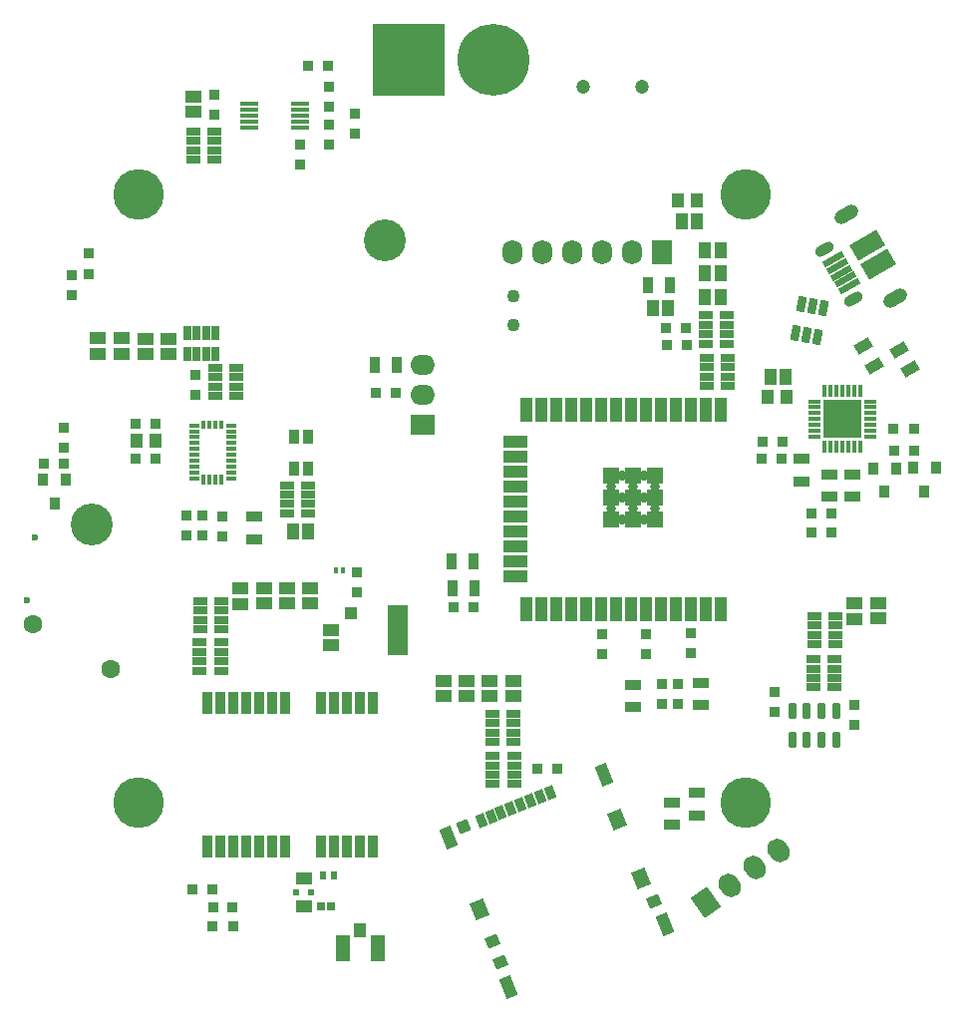
<source format=gts>
G04*
G04 #@! TF.GenerationSoftware,Altium Limited,Altium Designer,21.9.1 (22)*
G04*
G04 Layer_Color=8388736*
%FSLAX25Y25*%
%MOIN*%
G70*
G04*
G04 #@! TF.SameCoordinates,BA265606-766D-4053-9833-5615DE46E1CD*
G04*
G04*
G04 #@! TF.FilePolarity,Negative*
G04*
G01*
G75*
%ADD67R,0.03740X0.03740*%
%ADD68R,0.03543X0.01575*%
%ADD69R,0.01575X0.03543*%
%ADD70R,0.01575X0.03150*%
%ADD71R,0.03740X0.04528*%
%ADD72R,0.04331X0.04528*%
%ADD73R,0.04528X0.09055*%
%ADD74R,0.12795X0.12795*%
G04:AMPARAMS|DCode=75|XSize=42.13mil|YSize=14.17mil|CornerRadius=3.25mil|HoleSize=0mil|Usage=FLASHONLY|Rotation=270.000|XOffset=0mil|YOffset=0mil|HoleType=Round|Shape=RoundedRectangle|*
%AMROUNDEDRECTD75*
21,1,0.04213,0.00768,0,0,270.0*
21,1,0.03563,0.01417,0,0,270.0*
1,1,0.00650,-0.00384,-0.01782*
1,1,0.00650,-0.00384,0.01782*
1,1,0.00650,0.00384,0.01782*
1,1,0.00650,0.00384,-0.01782*
%
%ADD75ROUNDEDRECTD75*%
G04:AMPARAMS|DCode=76|XSize=42.13mil|YSize=14.17mil|CornerRadius=3.25mil|HoleSize=0mil|Usage=FLASHONLY|Rotation=0.000|XOffset=0mil|YOffset=0mil|HoleType=Round|Shape=RoundedRectangle|*
%AMROUNDEDRECTD76*
21,1,0.04213,0.00768,0,0,0.0*
21,1,0.03563,0.01417,0,0,0.0*
1,1,0.00650,0.01782,-0.00384*
1,1,0.00650,-0.01782,-0.00384*
1,1,0.00650,-0.01782,0.00384*
1,1,0.00650,0.01782,0.00384*
%
%ADD76ROUNDEDRECTD76*%
%ADD77R,0.05394X0.04409*%
%ADD78R,0.02402X0.02402*%
G04:AMPARAMS|DCode=79|XSize=55.51mil|YSize=24.8mil|CornerRadius=7.19mil|HoleSize=0mil|Usage=FLASHONLY|Rotation=270.000|XOffset=0mil|YOffset=0mil|HoleType=Round|Shape=RoundedRectangle|*
%AMROUNDEDRECTD79*
21,1,0.05551,0.01043,0,0,270.0*
21,1,0.04114,0.02480,0,0,270.0*
1,1,0.01437,-0.00522,-0.02057*
1,1,0.01437,-0.00522,0.02057*
1,1,0.01437,0.00522,0.02057*
1,1,0.01437,0.00522,-0.02057*
%
%ADD79ROUNDEDRECTD79*%
%ADD80R,0.04134X0.08465*%
%ADD81R,0.08465X0.04134*%
%ADD82R,0.05827X0.05827*%
G04:AMPARAMS|DCode=83|XSize=61.81mil|YSize=14.96mil|CornerRadius=3.35mil|HoleSize=0mil|Usage=FLASHONLY|Rotation=180.000|XOffset=0mil|YOffset=0mil|HoleType=Round|Shape=RoundedRectangle|*
%AMROUNDEDRECTD83*
21,1,0.06181,0.00827,0,0,180.0*
21,1,0.05512,0.01496,0,0,180.0*
1,1,0.00669,-0.02756,0.00413*
1,1,0.00669,0.02756,0.00413*
1,1,0.00669,0.02756,-0.00413*
1,1,0.00669,-0.02756,-0.00413*
%
%ADD83ROUNDEDRECTD83*%
G04:AMPARAMS|DCode=84|XSize=21.26mil|YSize=74.41mil|CornerRadius=0mil|HoleSize=0mil|Usage=FLASHONLY|Rotation=120.000|XOffset=0mil|YOffset=0mil|HoleType=Round|Shape=Rectangle|*
%AMROTATEDRECTD84*
4,1,4,0.03754,0.00940,-0.02691,-0.02781,-0.03754,-0.00940,0.02691,0.02781,0.03754,0.00940,0.0*
%
%ADD84ROTATEDRECTD84*%

G04:AMPARAMS|DCode=85|XSize=59.65mil|YSize=103.94mil|CornerRadius=0mil|HoleSize=0mil|Usage=FLASHONLY|Rotation=120.000|XOffset=0mil|YOffset=0mil|HoleType=Round|Shape=Rectangle|*
%AMROTATEDRECTD85*
4,1,4,0.05992,0.00016,-0.03010,-0.05181,-0.05992,-0.00016,0.03010,0.05181,0.05992,0.00016,0.0*
%
%ADD85ROTATEDRECTD85*%

%ADD86R,0.01496X0.02441*%
%ADD87R,0.07087X0.16535*%
%ADD88R,0.03937X0.03937*%
%ADD89R,0.03543X0.03543*%
%ADD90R,0.04528X0.02638*%
%ADD91R,0.02638X0.04528*%
%ADD92R,0.04134X0.05709*%
%ADD93R,0.05709X0.04134*%
%ADD94R,0.04331X0.04528*%
G04:AMPARAMS|DCode=95|XSize=39.37mil|YSize=70.87mil|CornerRadius=0mil|HoleSize=0mil|Usage=FLASHONLY|Rotation=22.000|XOffset=0mil|YOffset=0mil|HoleType=Round|Shape=Rectangle|*
%AMROTATEDRECTD95*
4,1,4,-0.00498,-0.04023,-0.03153,0.02548,0.00498,0.04023,0.03153,-0.02548,-0.00498,-0.04023,0.0*
%
%ADD95ROTATEDRECTD95*%

G04:AMPARAMS|DCode=96|XSize=43.31mil|YSize=37.4mil|CornerRadius=0mil|HoleSize=0mil|Usage=FLASHONLY|Rotation=22.000|XOffset=0mil|YOffset=0mil|HoleType=Round|Shape=Rectangle|*
%AMROTATEDRECTD96*
4,1,4,-0.01307,-0.02545,-0.02708,0.00923,0.01307,0.02545,0.02708,-0.00923,-0.01307,-0.02545,0.0*
%
%ADD96ROTATEDRECTD96*%

G04:AMPARAMS|DCode=97|XSize=48.42mil|YSize=59.06mil|CornerRadius=0mil|HoleSize=0mil|Usage=FLASHONLY|Rotation=22.000|XOffset=0mil|YOffset=0mil|HoleType=Round|Shape=Rectangle|*
%AMROTATEDRECTD97*
4,1,4,-0.01139,-0.03645,-0.03351,0.01831,0.01139,0.03645,0.03351,-0.01831,-0.01139,-0.03645,0.0*
%
%ADD97ROTATEDRECTD97*%

G04:AMPARAMS|DCode=98|XSize=29.53mil|YSize=43.31mil|CornerRadius=0mil|HoleSize=0mil|Usage=FLASHONLY|Rotation=22.000|XOffset=0mil|YOffset=0mil|HoleType=Round|Shape=Rectangle|*
%AMROTATEDRECTD98*
4,1,4,-0.00558,-0.02561,-0.02180,0.01455,0.00558,0.02561,0.02180,-0.01455,-0.00558,-0.02561,0.0*
%
%ADD98ROTATEDRECTD98*%

%ADD99P,0.05568X4X67.0*%
G04:AMPARAMS|DCode=100|XSize=51.18mil|YSize=27.56mil|CornerRadius=0mil|HoleSize=0mil|Usage=FLASHONLY|Rotation=79.000|XOffset=0mil|YOffset=0mil|HoleType=Round|Shape=Rectangle|*
%AMROTATEDRECTD100*
4,1,4,0.00864,-0.02775,-0.01841,-0.02249,-0.00864,0.02775,0.01841,0.02249,0.00864,-0.02775,0.0*
%
%ADD100ROTATEDRECTD100*%

%ADD101R,0.03543X0.03543*%
%ADD102C,0.14000*%
%ADD103O,0.06693X0.08268*%
%ADD104R,0.06693X0.08268*%
%ADD105R,0.05512X0.03543*%
%ADD106R,0.03543X0.05512*%
G04:AMPARAMS|DCode=107|XSize=35.43mil|YSize=55.12mil|CornerRadius=0mil|HoleSize=0mil|Usage=FLASHONLY|Rotation=300.000|XOffset=0mil|YOffset=0mil|HoleType=Round|Shape=Rectangle|*
%AMROTATEDRECTD107*
4,1,4,-0.03273,0.00156,0.01501,0.02912,0.03273,-0.00156,-0.01501,-0.02912,-0.03273,0.00156,0.0*
%
%ADD107ROTATEDRECTD107*%

%ADD108R,0.03740X0.03740*%
%ADD109R,0.02362X0.02756*%
%ADD110R,0.03740X0.07480*%
%ADD111R,0.02520X0.02756*%
%ADD112R,0.03543X0.03937*%
%ADD113C,0.06331*%
%ADD114C,0.04331*%
%ADD115C,0.04724*%
%ADD116C,0.16929*%
%ADD117C,0.03394*%
G04:AMPARAMS|DCode=118|XSize=66.93mil|YSize=35.43mil|CornerRadius=0mil|HoleSize=0mil|Usage=FLASHONLY|Rotation=210.000|XOffset=0mil|YOffset=0mil|HoleType=Round|Shape=Round|*
%AMOVALD118*
21,1,0.03150,0.03543,0.00000,0.00000,210.0*
1,1,0.03543,0.01364,0.00787*
1,1,0.03543,-0.01364,-0.00787*
%
%ADD118OVALD118*%

G04:AMPARAMS|DCode=119|XSize=86.61mil|YSize=45.28mil|CornerRadius=0mil|HoleSize=0mil|Usage=FLASHONLY|Rotation=210.000|XOffset=0mil|YOffset=0mil|HoleType=Round|Shape=Round|*
%AMOVALD119*
21,1,0.04134,0.04528,0.00000,0.00000,210.0*
1,1,0.04528,0.01790,0.01034*
1,1,0.04528,-0.01790,-0.01034*
%
%ADD119OVALD119*%

G04:AMPARAMS|DCode=120|XSize=82.68mil|YSize=66.93mil|CornerRadius=0mil|HoleSize=0mil|Usage=FLASHONLY|Rotation=125.000|XOffset=0mil|YOffset=0mil|HoleType=Round|Shape=Round|*
%AMOVALD120*
21,1,0.01575,0.06693,0.00000,0.00000,125.0*
1,1,0.06693,0.00452,-0.00645*
1,1,0.06693,-0.00452,0.00645*
%
%ADD120OVALD120*%

G04:AMPARAMS|DCode=121|XSize=82.68mil|YSize=66.93mil|CornerRadius=0mil|HoleSize=0mil|Usage=FLASHONLY|Rotation=125.000|XOffset=0mil|YOffset=0mil|HoleType=Round|Shape=Rectangle|*
%AMROTATEDRECTD121*
4,1,4,0.05112,-0.01467,-0.00370,-0.05306,-0.05112,0.01467,0.00370,0.05306,0.05112,-0.01467,0.0*
%
%ADD121ROTATEDRECTD121*%

%ADD122R,0.08268X0.06693*%
%ADD123O,0.08268X0.06693*%
%ADD124C,0.24016*%
%ADD125R,0.24016X0.24016*%
%ADD126C,0.02362*%
D67*
X-126476Y17028D02*
D03*
Y23720D02*
D03*
X-76279Y134843D02*
D03*
Y128150D02*
D03*
X-29035Y128642D02*
D03*
Y121949D02*
D03*
X83268Y-45079D02*
D03*
Y-51772D02*
D03*
X73524Y-62106D02*
D03*
Y-68799D02*
D03*
X68307Y-45472D02*
D03*
Y-52165D02*
D03*
X53445Y-45472D02*
D03*
Y-52165D02*
D03*
X-118012Y75098D02*
D03*
Y81791D02*
D03*
X-28445Y-31299D02*
D03*
Y-24606D02*
D03*
X-80315Y-12500D02*
D03*
Y-5807D02*
D03*
X-85630Y-12500D02*
D03*
Y-5807D02*
D03*
X-73622Y-6102D02*
D03*
Y-12795D02*
D03*
X-82382Y34744D02*
D03*
Y41437D02*
D03*
X-37992Y125098D02*
D03*
Y118405D02*
D03*
X137795Y-75787D02*
D03*
Y-69095D02*
D03*
X111024Y-71457D02*
D03*
Y-64764D02*
D03*
X-37992Y130905D02*
D03*
Y137598D02*
D03*
X-47539Y111614D02*
D03*
Y118307D02*
D03*
X78937Y-62008D02*
D03*
Y-68701D02*
D03*
D68*
X-70620Y22441D02*
D03*
Y20472D02*
D03*
Y18504D02*
D03*
Y16535D02*
D03*
Y14567D02*
D03*
Y12598D02*
D03*
Y10630D02*
D03*
Y8661D02*
D03*
Y6693D02*
D03*
X-82923D02*
D03*
Y8661D02*
D03*
Y10630D02*
D03*
Y12598D02*
D03*
Y14567D02*
D03*
Y16535D02*
D03*
Y18504D02*
D03*
Y20472D02*
D03*
Y22441D02*
D03*
Y24409D02*
D03*
X-70620D02*
D03*
D69*
X-73819Y6447D02*
D03*
X-75787D02*
D03*
X-77756D02*
D03*
X-79724D02*
D03*
D70*
Y24656D02*
D03*
X-77756D02*
D03*
X-75787D02*
D03*
X-73819D02*
D03*
D71*
X-44882Y20669D02*
D03*
Y10039D02*
D03*
X-49606D02*
D03*
Y20669D02*
D03*
D72*
X-27461Y-144488D02*
D03*
D73*
X-21654Y-150492D02*
D03*
X-33268D02*
D03*
D74*
X133844Y26535D02*
D03*
D75*
X139750Y17205D02*
D03*
X137781D02*
D03*
X135813D02*
D03*
X133844D02*
D03*
X131876D02*
D03*
X129907D02*
D03*
X127939D02*
D03*
Y35866D02*
D03*
X129907D02*
D03*
X131876D02*
D03*
X133844D02*
D03*
X135813D02*
D03*
X137781D02*
D03*
X139750D02*
D03*
D76*
X143175Y32441D02*
D03*
Y30472D02*
D03*
Y28504D02*
D03*
Y26535D02*
D03*
Y24567D02*
D03*
Y22598D02*
D03*
Y20630D02*
D03*
X124513D02*
D03*
Y22598D02*
D03*
Y24567D02*
D03*
Y26535D02*
D03*
Y28504D02*
D03*
Y30472D02*
D03*
Y32441D02*
D03*
D77*
X-46309Y-136417D02*
D03*
Y-126969D02*
D03*
D78*
X-48868Y-131693D02*
D03*
X-43848D02*
D03*
D79*
X131831Y-71161D02*
D03*
Y-80610D02*
D03*
X126909Y-71161D02*
D03*
X121988D02*
D03*
X117067D02*
D03*
Y-80610D02*
D03*
X121988D02*
D03*
X126909D02*
D03*
D80*
X28307Y29764D02*
D03*
X33307D02*
D03*
X38307D02*
D03*
X43307D02*
D03*
X48307D02*
D03*
X53307D02*
D03*
X58307D02*
D03*
X63307D02*
D03*
X68307D02*
D03*
X73307D02*
D03*
X78307D02*
D03*
X83307D02*
D03*
X88307D02*
D03*
X93307D02*
D03*
X28307Y-37165D02*
D03*
X33307D02*
D03*
X38307D02*
D03*
X43307D02*
D03*
X48307D02*
D03*
X53307D02*
D03*
X58307D02*
D03*
X63307D02*
D03*
X68307D02*
D03*
X73307D02*
D03*
X78307D02*
D03*
X83307D02*
D03*
X88307D02*
D03*
X93307D02*
D03*
D81*
X24370Y-6201D02*
D03*
Y-11201D02*
D03*
Y-16201D02*
D03*
Y-21201D02*
D03*
Y-26201D02*
D03*
Y-1201D02*
D03*
Y3799D02*
D03*
Y8799D02*
D03*
Y13799D02*
D03*
Y18799D02*
D03*
D82*
X63779Y236D02*
D03*
Y7461D02*
D03*
Y-6988D02*
D03*
X71004Y236D02*
D03*
Y7461D02*
D03*
Y-6988D02*
D03*
X56555Y236D02*
D03*
Y7461D02*
D03*
Y-6988D02*
D03*
D83*
X-64468Y123917D02*
D03*
Y125886D02*
D03*
Y127854D02*
D03*
Y129823D02*
D03*
Y131791D02*
D03*
X-47539D02*
D03*
Y129823D02*
D03*
Y127854D02*
D03*
Y125886D02*
D03*
Y123917D02*
D03*
D84*
X136024Y70961D02*
D03*
X134744Y73177D02*
D03*
X133465Y75394D02*
D03*
X132185Y77610D02*
D03*
X130905Y79826D02*
D03*
D85*
X145794Y78250D02*
D03*
X142104Y84643D02*
D03*
D86*
X-35630Y-24213D02*
D03*
X-33071D02*
D03*
D87*
X-14940Y-44160D02*
D03*
D88*
X-30492Y-38452D02*
D03*
D89*
X123524Y-5118D02*
D03*
X130020D02*
D03*
Y-11220D02*
D03*
X123524D02*
D03*
X-15650Y35236D02*
D03*
X-22146D02*
D03*
X-70079Y-136811D02*
D03*
X-76575D02*
D03*
D90*
X88386Y37500D02*
D03*
Y40650D02*
D03*
Y43799D02*
D03*
Y46949D02*
D03*
X95472D02*
D03*
Y43799D02*
D03*
Y40650D02*
D03*
Y37500D02*
D03*
X88189Y51673D02*
D03*
Y54823D02*
D03*
Y57973D02*
D03*
Y61122D02*
D03*
X95276D02*
D03*
Y57973D02*
D03*
Y54823D02*
D03*
Y51673D02*
D03*
X-73917Y-48130D02*
D03*
Y-51279D02*
D03*
Y-54429D02*
D03*
Y-57579D02*
D03*
X-81004D02*
D03*
Y-54429D02*
D03*
Y-51279D02*
D03*
Y-48130D02*
D03*
X-73819Y-34350D02*
D03*
Y-37500D02*
D03*
Y-40650D02*
D03*
Y-43799D02*
D03*
X-80905D02*
D03*
Y-40650D02*
D03*
Y-37500D02*
D03*
Y-34350D02*
D03*
X24016Y-86075D02*
D03*
Y-89224D02*
D03*
Y-92374D02*
D03*
Y-95524D02*
D03*
X16929D02*
D03*
Y-92374D02*
D03*
Y-89224D02*
D03*
Y-86075D02*
D03*
X23917Y-72000D02*
D03*
Y-75150D02*
D03*
Y-78299D02*
D03*
Y-81449D02*
D03*
X16831D02*
D03*
Y-78299D02*
D03*
Y-75150D02*
D03*
Y-72000D02*
D03*
X-75787Y34252D02*
D03*
Y37402D02*
D03*
Y40551D02*
D03*
Y43701D02*
D03*
X-68701D02*
D03*
Y40551D02*
D03*
Y37402D02*
D03*
Y34252D02*
D03*
X-44783Y4429D02*
D03*
Y1280D02*
D03*
Y-1870D02*
D03*
Y-5020D02*
D03*
X-51870D02*
D03*
Y-1870D02*
D03*
Y1280D02*
D03*
Y4429D02*
D03*
X131299Y-53740D02*
D03*
Y-56890D02*
D03*
Y-60039D02*
D03*
Y-63189D02*
D03*
X124213D02*
D03*
Y-60039D02*
D03*
Y-56890D02*
D03*
Y-53740D02*
D03*
X131496Y-39370D02*
D03*
Y-42520D02*
D03*
Y-45669D02*
D03*
Y-48819D02*
D03*
X124409D02*
D03*
Y-45669D02*
D03*
Y-42520D02*
D03*
Y-39370D02*
D03*
X-76181Y122736D02*
D03*
Y119587D02*
D03*
Y116437D02*
D03*
Y113287D02*
D03*
X-83268D02*
D03*
Y116437D02*
D03*
Y119587D02*
D03*
Y122736D02*
D03*
D91*
X-75787Y48130D02*
D03*
X-78937D02*
D03*
X-82087D02*
D03*
X-85236D02*
D03*
Y55216D02*
D03*
X-82087D02*
D03*
X-78937D02*
D03*
X-75787D02*
D03*
D92*
X87992Y67126D02*
D03*
X93110D02*
D03*
X87992Y75197D02*
D03*
X93110D02*
D03*
X87992Y83071D02*
D03*
X93110D02*
D03*
X85236Y92520D02*
D03*
X80118D02*
D03*
X114961Y40551D02*
D03*
X109843D02*
D03*
X75492Y63681D02*
D03*
X70374D02*
D03*
X-44685Y-11024D02*
D03*
X-49803D02*
D03*
D93*
X-67421Y-35335D02*
D03*
Y-30217D02*
D03*
X-59646Y-35138D02*
D03*
Y-30020D02*
D03*
X-51968Y-35138D02*
D03*
Y-30020D02*
D03*
X-44291Y-35138D02*
D03*
Y-30020D02*
D03*
X-37303Y-44094D02*
D03*
Y-49213D02*
D03*
X23768Y-66043D02*
D03*
Y-60925D02*
D03*
X15992Y-66043D02*
D03*
Y-60925D02*
D03*
X8315Y-66043D02*
D03*
Y-60925D02*
D03*
X492Y-66043D02*
D03*
Y-60925D02*
D03*
X-99311Y48228D02*
D03*
Y53346D02*
D03*
X-91535Y48327D02*
D03*
Y53445D02*
D03*
X-115157Y48425D02*
D03*
Y53543D02*
D03*
X-107185Y48425D02*
D03*
Y53543D02*
D03*
X-83071Y134350D02*
D03*
Y129232D02*
D03*
X137795Y-40256D02*
D03*
Y-35138D02*
D03*
X145669Y-40157D02*
D03*
Y-35039D02*
D03*
D94*
X85039Y99606D02*
D03*
X78740D02*
D03*
X115045Y33819D02*
D03*
X108746D02*
D03*
X-95866Y19193D02*
D03*
X-102165D02*
D03*
D95*
X74513Y-142451D02*
D03*
X22313Y-163541D02*
D03*
X54308Y-92442D02*
D03*
X2108Y-113532D02*
D03*
D96*
X70691Y-134569D02*
D03*
X19587Y-155217D02*
D03*
X16740Y-148171D02*
D03*
D97*
X66601Y-127177D02*
D03*
X58563Y-107283D02*
D03*
X12608Y-137314D02*
D03*
D98*
X36088Y-98317D02*
D03*
X32802Y-99645D02*
D03*
X29517Y-100972D02*
D03*
X26232Y-102299D02*
D03*
X22946Y-103627D02*
D03*
X19661Y-104954D02*
D03*
X16376Y-106281D02*
D03*
X13090Y-107609D02*
D03*
D99*
X7286Y-109742D02*
D03*
D100*
X120102Y65092D02*
D03*
X123774Y64378D02*
D03*
X127445Y63664D02*
D03*
X125567Y54003D02*
D03*
X121896Y54716D02*
D03*
X118224Y55430D02*
D03*
D101*
X-123917Y68012D02*
D03*
Y74508D02*
D03*
D102*
X-19094Y86319D02*
D03*
X-117323Y-8661D02*
D03*
D103*
X63543Y82284D02*
D03*
X53543D02*
D03*
X43543D02*
D03*
X33543D02*
D03*
X23543D02*
D03*
D104*
X73543D02*
D03*
D105*
X63779Y-69882D02*
D03*
Y-62402D02*
D03*
X86614Y-69095D02*
D03*
Y-61614D02*
D03*
X137008Y591D02*
D03*
Y8071D02*
D03*
X129528Y591D02*
D03*
Y8071D02*
D03*
X120079Y13189D02*
D03*
Y5709D02*
D03*
X85236Y-98425D02*
D03*
Y-105905D02*
D03*
X76870Y-101575D02*
D03*
Y-109055D02*
D03*
X-62992Y-6102D02*
D03*
Y-13583D02*
D03*
D106*
X-15059Y44488D02*
D03*
X-22539D02*
D03*
X10531Y-21063D02*
D03*
X3051D02*
D03*
X76181Y71161D02*
D03*
X68701D02*
D03*
X10925Y-29921D02*
D03*
X3445D02*
D03*
D107*
X156595Y43218D02*
D03*
X152854Y49696D02*
D03*
X144626Y44327D02*
D03*
X140886Y50805D02*
D03*
D108*
X74902Y57087D02*
D03*
X81595D02*
D03*
X10531Y-36516D02*
D03*
X3839D02*
D03*
X107283Y18898D02*
D03*
X113976D02*
D03*
X75098Y51378D02*
D03*
X81791D02*
D03*
X106890Y13386D02*
D03*
X113583D02*
D03*
X157835Y15959D02*
D03*
X151142D02*
D03*
X150984Y23228D02*
D03*
X157677D02*
D03*
X-69980Y-143209D02*
D03*
X-76673D02*
D03*
X-76870Y-130807D02*
D03*
X-83563D02*
D03*
X-95669Y13386D02*
D03*
X-102362D02*
D03*
X31890Y-90354D02*
D03*
X38583D02*
D03*
X-95669Y25000D02*
D03*
X-102362D02*
D03*
X-133071Y11516D02*
D03*
X-126378D02*
D03*
X-38287Y144488D02*
D03*
X-44980D02*
D03*
D109*
X-36299Y-125984D02*
D03*
X-39882D02*
D03*
D110*
X-23228Y-116339D02*
D03*
X-27559D02*
D03*
Y-68307D02*
D03*
X-31890Y-116339D02*
D03*
Y-68307D02*
D03*
X-36220Y-116339D02*
D03*
Y-68307D02*
D03*
X-23228D02*
D03*
X-40551Y-116339D02*
D03*
X-52362D02*
D03*
Y-68307D02*
D03*
X-56693Y-116339D02*
D03*
Y-68307D02*
D03*
X-61024Y-116339D02*
D03*
Y-68307D02*
D03*
X-65354Y-116339D02*
D03*
Y-68307D02*
D03*
X-69685Y-116339D02*
D03*
Y-68307D02*
D03*
X-74016Y-116339D02*
D03*
Y-68307D02*
D03*
X-78347Y-116339D02*
D03*
X-40551Y-68307D02*
D03*
X-78347D02*
D03*
D111*
X-37177Y-136417D02*
D03*
X-40579D02*
D03*
D112*
X147992Y2130D02*
D03*
X144252Y10103D02*
D03*
X151732D02*
D03*
X161279Y2376D02*
D03*
X157539Y10349D02*
D03*
X165020D02*
D03*
X-129626Y-1624D02*
D03*
X-133366Y6348D02*
D03*
X-125886D02*
D03*
D113*
X-136809Y-41909D02*
D03*
X-110828Y-56910D02*
D03*
D114*
X23810Y67693D02*
D03*
X23828Y57897D02*
D03*
D115*
X47047Y137500D02*
D03*
X66732D02*
D03*
D116*
X101610Y101610D02*
D03*
X-101612Y101612D02*
D03*
Y-101612D02*
D03*
X101612D02*
D03*
D117*
X67392Y236D02*
D03*
Y7461D02*
D03*
Y-6988D02*
D03*
X60167Y7461D02*
D03*
Y236D02*
D03*
Y-6988D02*
D03*
X63779Y3848D02*
D03*
Y-3376D02*
D03*
X71004Y3848D02*
D03*
Y-3376D02*
D03*
X56555Y3848D02*
D03*
Y-3376D02*
D03*
D118*
X137539Y66722D02*
D03*
X127992Y83258D02*
D03*
D119*
X135196Y95032D02*
D03*
X151338Y67074D02*
D03*
D120*
X112621Y-117788D02*
D03*
X104429Y-123524D02*
D03*
X96238Y-129259D02*
D03*
D121*
X88046Y-134995D02*
D03*
D122*
X-6398Y24685D02*
D03*
D123*
Y44685D02*
D03*
Y34685D02*
D03*
D124*
X17323Y146457D02*
D03*
D125*
X-11024D02*
D03*
D126*
X-138976Y-33957D02*
D03*
X-136319Y-12992D02*
D03*
M02*

</source>
